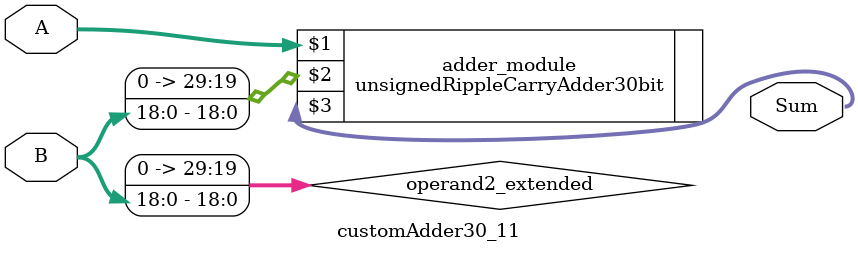
<source format=v>

module customAdder30_11(
                    input [29 : 0] A,
                    input [18 : 0] B,
                    
                    output [30 : 0] Sum
            );

    wire [29 : 0] operand2_extended;
    
    assign operand2_extended =  {11'b0, B};
    
    unsignedRippleCarryAdder30bit adder_module(
        A,
        operand2_extended,
        Sum
    );
    
endmodule
        
</source>
